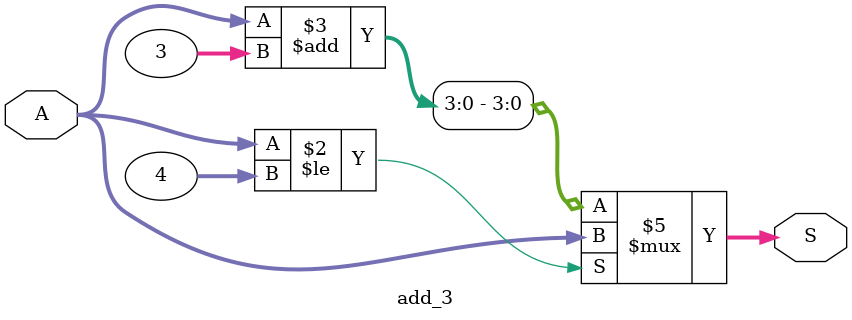
<source format=v>
`timescale 1ns / 1ps

module add_3(input [3:0] A, output reg [3:0] S);
    always@(A)
    begin    
    if(A <= 4)
    S = A;
    else
    S = A + 3;
    end
endmodule
</source>
